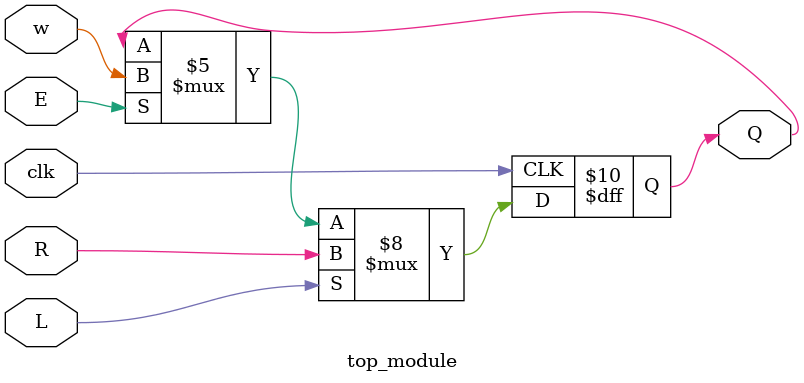
<source format=sv>
module top_module (
  input clk,
  input w,
  input R,
  input E,
  input L,
  output reg Q
);

always @(posedge clk) begin
  if (L == 1'b1) begin
    Q <= R;
  end
  else begin
    if (E == 1'b0) begin
      Q <= Q;
    end
    else begin
      Q <= w;
    end
  end
end

endmodule

</source>
